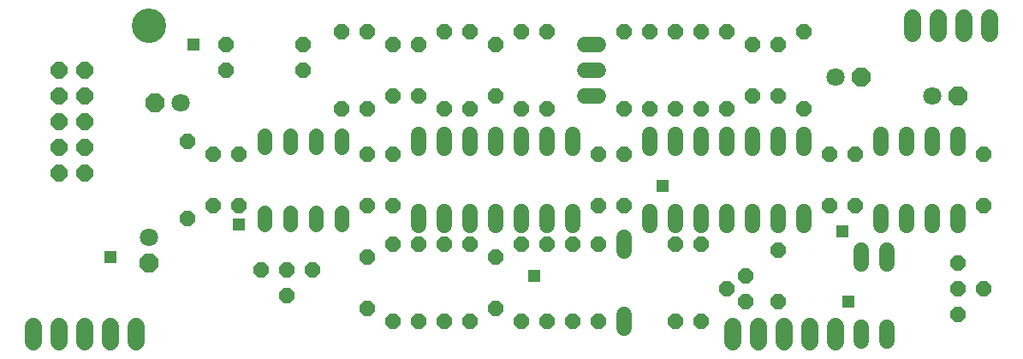
<source format=gbr>
G04 EAGLE Gerber RS-274X export*
G75*
%MOMM*%
%FSLAX34Y34*%
%LPD*%
%INSoldermask Top*%
%IPPOS*%
%AMOC8*
5,1,8,0,0,1.08239X$1,22.5*%
G01*
%ADD10C,3.403200*%
%ADD11P,1.649562X8X112.500000*%
%ADD12P,1.649562X8X292.500000*%
%ADD13C,1.524000*%
%ADD14P,1.649562X8X202.500000*%
%ADD15P,1.649562X8X22.500000*%
%ADD16C,1.727200*%
%ADD17P,1.951982X8X202.500000*%
%ADD18C,1.803400*%
%ADD19P,1.951982X8X292.500000*%
%ADD20P,1.759533X8X112.500000*%
%ADD21P,1.951982X8X22.500000*%
%ADD22C,1.411200*%
%ADD23R,1.209600X1.209600*%


D10*
X139700Y330200D03*
D11*
X406400Y260350D03*
X406400Y311150D03*
X355600Y50800D03*
X355600Y101600D03*
X482600Y50800D03*
X482600Y101600D03*
D12*
X203200Y203200D03*
X203200Y152400D03*
D13*
X406400Y146304D02*
X406400Y133096D01*
X431800Y133096D02*
X431800Y146304D01*
X558800Y146304D02*
X558800Y133096D01*
X558800Y209296D02*
X558800Y222504D01*
X457200Y146304D02*
X457200Y133096D01*
X482600Y133096D02*
X482600Y146304D01*
X533400Y146304D02*
X533400Y133096D01*
X508000Y133096D02*
X508000Y146304D01*
X533400Y209296D02*
X533400Y222504D01*
X508000Y222504D02*
X508000Y209296D01*
X482600Y209296D02*
X482600Y222504D01*
X457200Y222504D02*
X457200Y209296D01*
X431800Y209296D02*
X431800Y222504D01*
X406400Y222504D02*
X406400Y209296D01*
X635000Y146304D02*
X635000Y133096D01*
X660400Y133096D02*
X660400Y146304D01*
X787400Y146304D02*
X787400Y133096D01*
X787400Y209296D02*
X787400Y222504D01*
X685800Y146304D02*
X685800Y133096D01*
X711200Y133096D02*
X711200Y146304D01*
X762000Y146304D02*
X762000Y133096D01*
X736600Y133096D02*
X736600Y146304D01*
X762000Y209296D02*
X762000Y222504D01*
X736600Y222504D02*
X736600Y209296D01*
X711200Y209296D02*
X711200Y222504D01*
X685800Y222504D02*
X685800Y209296D01*
X660400Y209296D02*
X660400Y222504D01*
X635000Y222504D02*
X635000Y209296D01*
D12*
X635000Y323850D03*
X635000Y247650D03*
X431800Y114300D03*
X431800Y38100D03*
X381000Y114300D03*
X381000Y38100D03*
X533400Y114300D03*
X533400Y38100D03*
X584200Y114300D03*
X584200Y38100D03*
X508000Y114300D03*
X508000Y38100D03*
D11*
X558800Y38100D03*
X558800Y114300D03*
D14*
X292100Y311150D03*
X215900Y311150D03*
D11*
X330200Y247650D03*
X330200Y323850D03*
D15*
X215900Y285750D03*
X292100Y285750D03*
D11*
X177800Y139700D03*
X177800Y215900D03*
D12*
X457200Y114300D03*
X457200Y38100D03*
D11*
X406400Y38100D03*
X406400Y114300D03*
X730250Y57150D03*
X711200Y69850D03*
X730250Y82550D03*
X762000Y57150D03*
X762000Y107950D03*
X685800Y247650D03*
X685800Y323850D03*
X660400Y247650D03*
X660400Y323850D03*
X736600Y260350D03*
X736600Y311150D03*
D12*
X711200Y323850D03*
X711200Y247650D03*
D13*
X609600Y120904D02*
X609600Y107696D01*
X609600Y44704D02*
X609600Y31496D01*
D12*
X762000Y311150D03*
X762000Y260350D03*
D13*
X939800Y222504D02*
X939800Y209296D01*
X914400Y209296D02*
X914400Y222504D01*
X914400Y146304D02*
X914400Y133096D01*
X939800Y133096D02*
X939800Y146304D01*
X889000Y209296D02*
X889000Y222504D01*
X863600Y222504D02*
X863600Y209296D01*
X889000Y146304D02*
X889000Y133096D01*
X863600Y133096D02*
X863600Y146304D01*
D12*
X838200Y203200D03*
X838200Y152400D03*
D13*
X844550Y108204D02*
X844550Y94996D01*
X844550Y32004D02*
X844550Y18796D01*
X869950Y18796D02*
X869950Y32004D01*
X869950Y94996D02*
X869950Y108204D01*
D16*
X25400Y33020D02*
X25400Y17780D01*
X50800Y17780D02*
X50800Y33020D01*
X76200Y33020D02*
X76200Y17780D01*
X101600Y17780D02*
X101600Y33020D01*
X127000Y33020D02*
X127000Y17780D01*
D17*
X146050Y254000D03*
D18*
X171450Y254000D03*
D19*
X139700Y95250D03*
D18*
X139700Y120650D03*
D20*
X76200Y184150D03*
X50800Y184150D03*
X76200Y209550D03*
X50800Y209550D03*
X76200Y234950D03*
X50800Y234950D03*
X76200Y260350D03*
X50800Y260350D03*
X76200Y285750D03*
X50800Y285750D03*
D11*
X812800Y152400D03*
X812800Y203200D03*
X584200Y152400D03*
X584200Y203200D03*
D12*
X381000Y203200D03*
X381000Y152400D03*
X609600Y203200D03*
X609600Y152400D03*
D21*
X939800Y260350D03*
D18*
X914400Y260350D03*
D11*
X939800Y95250D03*
X939800Y44450D03*
X965200Y69850D03*
X939800Y69850D03*
X660400Y38100D03*
X660400Y114300D03*
X685800Y38100D03*
X685800Y114300D03*
X787400Y247650D03*
X787400Y323850D03*
D21*
X844550Y279400D03*
D18*
X819150Y279400D03*
D11*
X609600Y247650D03*
X609600Y323850D03*
D12*
X482600Y311150D03*
X482600Y260350D03*
D11*
X508000Y247650D03*
X508000Y323850D03*
D13*
X571246Y311150D02*
X584454Y311150D01*
X584454Y260350D02*
X571246Y260350D01*
X571246Y285750D02*
X584454Y285750D01*
D12*
X457200Y323850D03*
X457200Y247650D03*
X355600Y323850D03*
X355600Y247650D03*
X431800Y323850D03*
X431800Y247650D03*
D11*
X381000Y260350D03*
X381000Y311150D03*
X533400Y247650D03*
X533400Y323850D03*
D15*
X301625Y88900D03*
X250825Y88900D03*
X276225Y63500D03*
X276225Y88900D03*
D22*
X330200Y209860D02*
X330200Y221940D01*
X304800Y221940D02*
X304800Y209860D01*
X279400Y209860D02*
X279400Y221940D01*
X254000Y221940D02*
X254000Y209860D01*
X254000Y145740D02*
X254000Y133660D01*
X279400Y133660D02*
X279400Y145740D01*
X304800Y145740D02*
X304800Y133660D01*
X330200Y133660D02*
X330200Y145740D01*
D16*
X895350Y322580D02*
X895350Y337820D01*
X920750Y337820D02*
X920750Y322580D01*
X946150Y322580D02*
X946150Y337820D01*
X971550Y337820D02*
X971550Y322580D01*
X819150Y33020D02*
X819150Y17780D01*
X793750Y17780D02*
X793750Y33020D01*
X768350Y33020D02*
X768350Y17780D01*
X742950Y17780D02*
X742950Y33020D01*
X717550Y33020D02*
X717550Y17780D01*
D11*
X355600Y152400D03*
X355600Y203200D03*
D12*
X228600Y203200D03*
X228600Y152400D03*
D11*
X965200Y152400D03*
X965200Y203200D03*
D23*
X647700Y171450D03*
X184150Y311150D03*
X101600Y101600D03*
X228600Y133350D03*
X825500Y127000D03*
X831850Y57150D03*
X520700Y82550D03*
M02*

</source>
